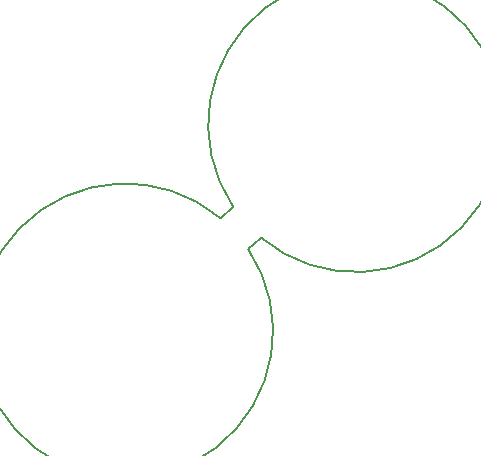
<source format=gbr>
G04 #@! TF.GenerationSoftware,KiCad,Pcbnew,5.0.2-bee76a0~70~ubuntu18.04.1*
G04 #@! TF.CreationDate,2019-06-04T20:48:53+02:00*
G04 #@! TF.ProjectId,lower_Sensor,6c6f7765-725f-4536-956e-736f722e6b69,rev?*
G04 #@! TF.SameCoordinates,Original*
G04 #@! TF.FileFunction,Profile,NP*
%FSLAX46Y46*%
G04 Gerber Fmt 4.6, Leading zero omitted, Abs format (unit mm)*
G04 Created by KiCad (PCBNEW 5.0.2-bee76a0~70~ubuntu18.04.1) date Di 04 Jun 2019 20:48:53 CEST*
%MOMM*%
%LPD*%
G01*
G04 APERTURE LIST*
%ADD10C,0.150000*%
G04 APERTURE END LIST*
D10*
X121450000Y-72075000D02*
X120400000Y-73050000D01*
X118050000Y-70425000D02*
X119100000Y-69450000D01*
X119105393Y-69442782D02*
G75*
G02X121465156Y-72075561I10394607J6942782D01*
G01*
X120394607Y-73057222D02*
G75*
G02X118034845Y-70424443I-10394607J-6942778D01*
G01*
M02*

</source>
